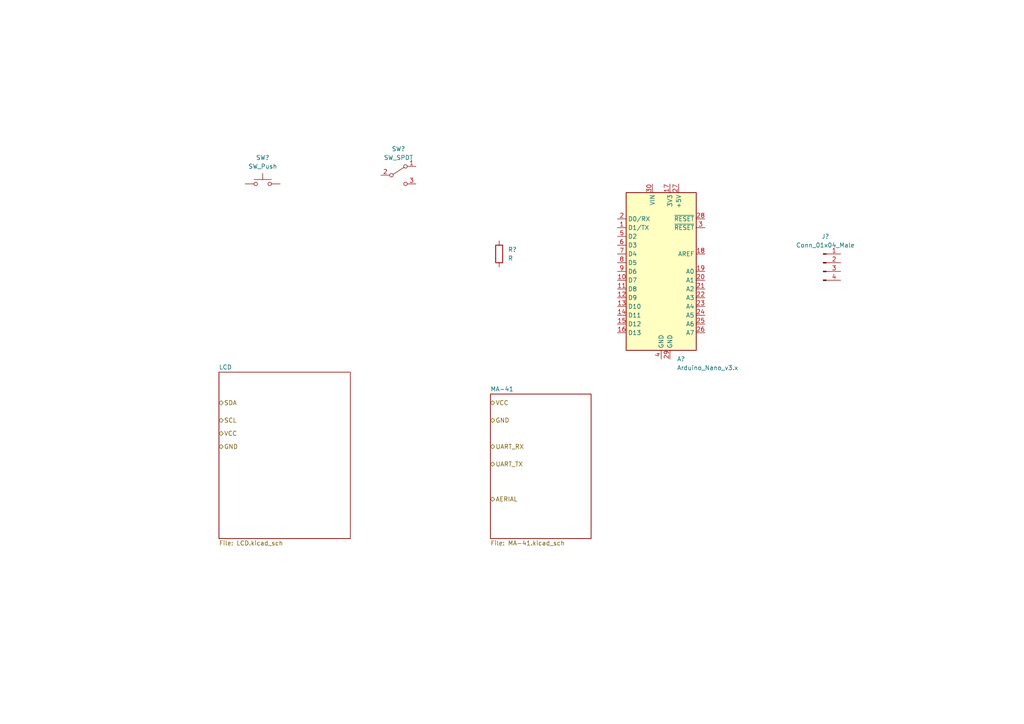
<source format=kicad_sch>
(kicad_sch (version 20211123) (generator eeschema)
  (paper "A4")
  (lib_symbols
    (symbol "Connector:Conn_01x04_Male" (pin_names (offset 1.016) hide)
      (property "Reference" "J" (at 0 5.08 0))
      (property "Value" "Conn_01x04_Male" (at 0 -7.62 0))
      (symbol "Conn_01x04_Male_1_1"
        (polyline (pts (xy 1.27 -5.08) (xy 0.8636 -5.08)) (stroke (width 0.1524)))
        (polyline (pts (xy 1.27 -2.54) (xy 0.8636 -2.54)) (stroke (width 0.1524)))
        (polyline (pts (xy 1.27 0) (xy 0.8636 0)) (stroke (width 0.1524)))
        (polyline (pts (xy 1.27 2.54) (xy 0.8636 2.54)) (stroke (width 0.1524)))
        (rectangle (start 0.8636 -4.953) (end 0 -5.207) (stroke (width 0.1524)) (fill (type outline)))
        (rectangle (start 0.8636 -2.413) (end 0 -2.667) (stroke (width 0.1524)) (fill (type outline)))
        (rectangle (start 0.8636 0.127) (end 0 -0.127) (stroke (width 0.1524)) (fill (type outline)))
        (rectangle (start 0.8636 2.667) (end 0 2.413) (stroke (width 0.1524)) (fill (type outline)))
        (pin passive line (at 5.08 2.54 180) (length 3.81) (name "Pin_1") (number "1"))
        (pin passive line (at 5.08 0 180) (length 3.81) (name "Pin_2") (number "2"))
        (pin passive line (at 5.08 -2.54 180) (length 3.81) (name "Pin_3") (number "3"))
        (pin passive line (at 5.08 -5.08 180) (length 3.81) (name "Pin_4") (number "4"))
      )
    )
    (symbol "Device:R" (pin_numbers hide) (pin_names (offset 0))
      (property "Reference" "R" (at 2.032 0 90))
      (property "Value" "R" (at 0 0 90))
      (symbol "R_0_1"
        (rectangle (start -1.016 -2.54) (end 1.016 2.54) (stroke (width 0.254)))
      )
      (symbol "R_1_1"
        (pin passive line (at 0 3.81 270) (length 1.27) (name "~") (number "1"))
        (pin passive line (at 0 -3.81 90) (length 1.27) (name "~") (number "2"))
      )
    )
    (symbol "MCU_Module:Arduino_Nano_v3.x"
      (property "Reference" "A" (at -10.16 23.495 0))
      (property "Value" "Arduino_Nano_v3.x" (at 5.08 -24.13 0))
      (symbol "Arduino_Nano_v3.x_0_1"
        (rectangle (start -10.16 22.86) (end 10.16 -22.86) (stroke (width 0.254)) (fill (type background)))
      )
      (symbol "Arduino_Nano_v3.x_1_1"
        (pin bidirectional line (at -12.7 12.7 0) (length 2.54) (name "D1/TX") (number "1"))
        (pin bidirectional line (at -12.7 -2.54 0) (length 2.54) (name "D7") (number "10"))
        (pin bidirectional line (at -12.7 -5.08 0) (length 2.54) (name "D8") (number "11"))
        (pin bidirectional line (at -12.7 -7.62 0) (length 2.54) (name "D9") (number "12"))
        (pin bidirectional line (at -12.7 -10.16 0) (length 2.54) (name "D10") (number "13"))
        (pin bidirectional line (at -12.7 -12.7 0) (length 2.54) (name "D11") (number "14"))
        (pin bidirectional line (at -12.7 -15.24 0) (length 2.54) (name "D12") (number "15"))
        (pin bidirectional line (at -12.7 -17.78 0) (length 2.54) (name "D13") (number "16"))
        (pin power_out line (at 2.54 25.4 270) (length 2.54) (name "3V3") (number "17"))
        (pin input line (at 12.7 5.08 180) (length 2.54) (name "AREF") (number "18"))
        (pin bidirectional line (at 12.7 0 180) (length 2.54) (name "A0") (number "19"))
        (pin bidirectional line (at -12.7 15.24 0) (length 2.54) (name "D0/RX") (number "2"))
        (pin bidirectional line (at 12.7 -2.54 180) (length 2.54) (name "A1") (number "20"))
        (pin bidirectional line (at 12.7 -5.08 180) (length 2.54) (name "A2") (number "21"))
        (pin bidirectional line (at 12.7 -7.62 180) (length 2.54) (name "A3") (number "22"))
        (pin bidirectional line (at 12.7 -10.16 180) (length 2.54) (name "A4") (number "23"))
        (pin bidirectional line (at 12.7 -12.7 180) (length 2.54) (name "A5") (number "24"))
        (pin bidirectional line (at 12.7 -15.24 180) (length 2.54) (name "A6") (number "25"))
        (pin bidirectional line (at 12.7 -17.78 180) (length 2.54) (name "A7") (number "26"))
        (pin power_out line (at 5.08 25.4 270) (length 2.54) (name "+5V") (number "27"))
        (pin input line (at 12.7 15.24 180) (length 2.54) (name "~{RESET}") (number "28"))
        (pin power_in line (at 2.54 -25.4 90) (length 2.54) (name "GND") (number "29"))
        (pin input line (at 12.7 12.7 180) (length 2.54) (name "~{RESET}") (number "3"))
        (pin power_in line (at -2.54 25.4 270) (length 2.54) (name "VIN") (number "30"))
        (pin power_in line (at 0 -25.4 90) (length 2.54) (name "GND") (number "4"))
        (pin bidirectional line (at -12.7 10.16 0) (length 2.54) (name "D2") (number "5"))
        (pin bidirectional line (at -12.7 7.62 0) (length 2.54) (name "D3") (number "6"))
        (pin bidirectional line (at -12.7 5.08 0) (length 2.54) (name "D4") (number "7"))
        (pin bidirectional line (at -12.7 2.54 0) (length 2.54) (name "D5") (number "8"))
        (pin bidirectional line (at -12.7 0 0) (length 2.54) (name "D6") (number "9"))
      )
    )
    (symbol "Switch:SW_Push" (pin_numbers hide) (pin_names (offset 1.016) hide)
      (property "Reference" "SW" (at 1.27 2.54 0))
      (property "Value" "SW_Push" (at 0 -1.524 0))
      (symbol "SW_Push_0_1"
        (circle (center -2.032 0) (radius 0.508))
        (polyline (pts (xy 0 1.27) (xy 0 3.048)))
        (polyline (pts (xy 2.54 1.27) (xy -2.54 1.27)))
        (circle (center 2.032 0) (radius 0.508))
        (pin passive line (at -5.08 0 0) (length 2.54) (name "1") (number "1"))
        (pin passive line (at 5.08 0 180) (length 2.54) (name "2") (number "2"))
      )
    )
    (symbol "Switch:SW_SPDT" (pin_names (offset 0) hide)
      (property "Reference" "SW" (at 0 4.318 0))
      (property "Value" "SW_SPDT" (at 0 -5.08 0))
      (symbol "SW_SPDT_0_0"
        (circle (center -2.032 0) (radius 0.508))
        (circle (center 2.032 -2.54) (radius 0.508))
      )
      (symbol "SW_SPDT_0_1"
        (polyline (pts (xy -1.524 0.254) (xy 1.651 2.286)))
        (circle (center 2.032 2.54) (radius 0.508))
      )
      (symbol "SW_SPDT_1_1"
        (pin passive line (at 5.08 2.54 180) (length 2.54) (name "A") (number "1"))
        (pin passive line (at -5.08 0 0) (length 2.54) (name "B") (number "2"))
        (pin passive line (at 5.08 -2.54 180) (length 2.54) (name "C") (number "3"))
      )
    )
  )
  (hierarchical_label "AERIAL" (shape bidirectional) (at 142.24 144.78 0))
  (hierarchical_label "GND" (shape bidirectional) (at 142.24 121.92 0))
  (hierarchical_label "VCC" (shape bidirectional) (at 63.5 125.73 0))
  (hierarchical_label "GND" (shape bidirectional) (at 63.5 129.54 0))
  (hierarchical_label "SCL" (shape bidirectional) (at 63.5 121.92 0))
  (hierarchical_label "VCC" (shape bidirectional) (at 142.24 116.84 0))
  (hierarchical_label "UART_TX" (shape bidirectional) (at 142.24 134.62 0))
  (hierarchical_label "UART_RX" (shape bidirectional) (at 142.24 129.54 0))
  (hierarchical_label "SDA" (shape bidirectional) (at 63.5 116.84 0))
  (symbol (lib_id "Connector:Conn_01x04_Male") (at 238.76 76.2 0) (unit 1)
    (property "Reference" "J?" (at 239.395 68.58 0))
    (property "Value" "Conn_01x04_Male" (at 239.395 71.12 0))
  )
  (symbol (lib_id "Switch:SW_SPDT") (at 115.57 50.8 0) (unit 1)
    (property "Reference" "SW?" (at 115.57 43.18 0))
    (property "Value" "SW_SPDT" (at 115.57 45.72 0))
  )
  (symbol (lib_id "Device:R") (at 144.78 73.66 0) (unit 1)
    (property "Reference" "R?" (at 147.32 72.3899 0) (effects (justify left)))
    (property "Value" "R" (at 147.32 74.9299 0) (effects (justify left)))
  )
  (symbol (lib_id "Switch:SW_Push") (at 76.2 53.34 0) (unit 1)
    (property "Reference" "SW?" (at 76.2 45.72 0))
    (property "Value" "SW_Push" (at 76.2 48.26 0))
  )
  (symbol (lib_id "MCU_Module:Arduino_Nano_v3.x") (at 191.77 78.74 0) (unit 1)
    (property "Reference" "A?" (at 196.3294 104.14 0) (effects (justify left)))
    (property "Value" "Arduino_Nano_v3.x" (at 196.3294 106.68 0) (effects (justify left)))
    (property "Footprint" "Module:Arduino_Nano" (effects hide))
    (property "Datasheet" "http://www.mouser.com/pdfdocs/Gravitech_Arduino_Nano3_0.pdf" (effects hide))
  )
  (sheet (at 142.24 114.3) (size 29.21 41.91) (stroke (width 0.1524))
    (property "Sheet name" "MA-41" (at 142.24 113.5884 0) (effects (justify left bottom)))
    (property "Sheet file" "MA-41.kicad_sch" (at 142.24 156.7946 0) (effects (justify left top)))
  )
  (sheet (at 63.5 107.95) (size 38.1 48.26) (stroke (width 0.1524))
    (property "Sheet name" "LCD" (at 63.5 107.2384 0) (effects (justify left bottom)))
    (property "Sheet file" "LCD.kicad_sch" (at 63.5 156.7946 0) (effects (justify left top)))
  )
)
</source>
